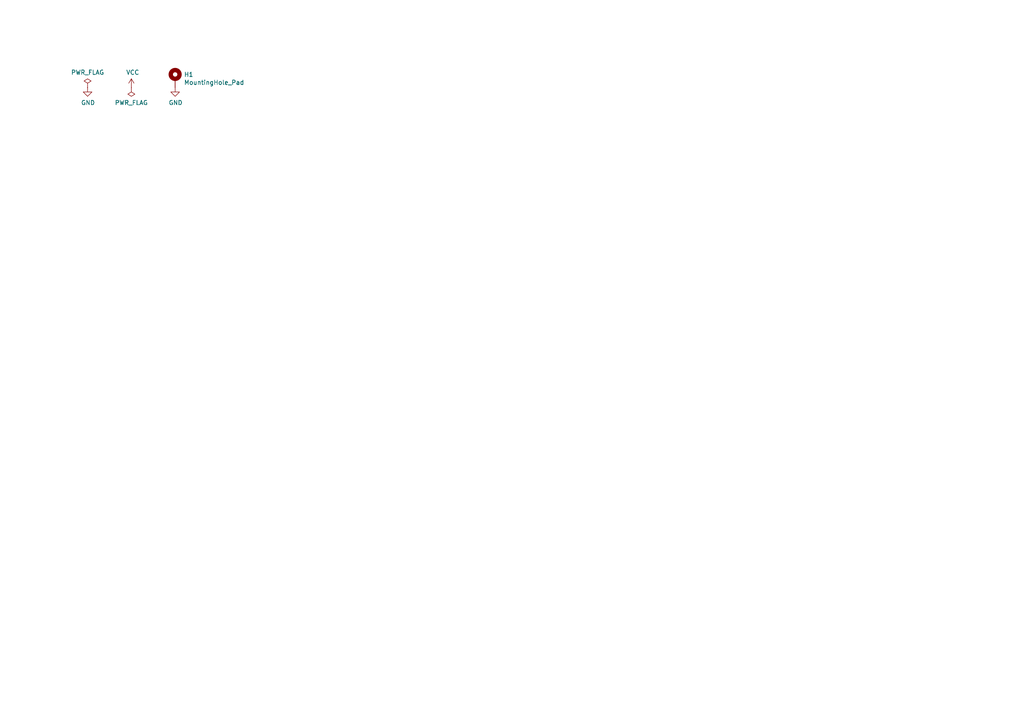
<source format=kicad_sch>
(kicad_sch (version 20230121) (generator eeschema)
  (paper "A4")
  (title_block (title "REVIUNG34 TOP PLATE") (date "2021-03-23") (rev "1"))
  (lib_symbols
    (symbol "Mechanical:MountingHole_Pad" (pin_numbers hide) (pin_names (offset 1.016) hide)
      (property "Reference" "H" (at 0 6.35 0))
      (property "Value" "MountingHole_Pad" (at 0 4.445 0))
      (symbol "MountingHole_Pad_0_1"
        (circle (center 0 1.27) (radius 1.27) (stroke (width 1.27)))
      )
      (symbol "MountingHole_Pad_1_1"
        (pin input line (at 0 -2.54 90) (length 2.54) (name "1") (number "1"))
      )
    )
    (symbol "power:GND" (power) (pin_names (offset 0))
      (property "Value" "GND" (at 0 -3.81 0))
      (symbol "GND_0_1"
        (polyline (pts (xy 0 0) (xy 0 -1.27) (xy 1.27 -1.27) (xy 0 -2.54) (xy -1.27 -1.27) (xy 0 -1.27)))
      )
      (symbol "GND_1_1"
        (pin power_in line (at 0 0 270) (length 0) hide (name "GND") (number "1"))
      )
    )
    (symbol "power:PWR_FLAG" (power) (pin_numbers hide) (pin_names (offset 0) hide)
      (property "Value" "PWR_FLAG" (at 0 3.81 0))
      (symbol "PWR_FLAG_0_0"
        (pin power_out line (at 0 0 90) (length 0) (name "pwr") (number "1"))
      )
      (symbol "PWR_FLAG_0_1"
        (polyline (pts (xy 0 0) (xy 0 1.27) (xy -1.016 1.905) (xy 0 2.54) (xy 1.016 1.905) (xy 0 1.27)))
      )
    )
    (symbol "power:VCC" (power) (pin_names (offset 0))
      (property "Value" "VCC" (at 0 3.81 0))
      (symbol "VCC_0_1"
        (polyline (pts (xy -0.762 1.27) (xy 0 2.54)))
        (polyline (pts (xy 0 0) (xy 0 2.54)))
        (polyline (pts (xy 0 2.54) (xy 0.762 1.27)))
      )
      (symbol "VCC_1_1"
        (pin power_in line (at 0 0 90) (length 0) hide (name "VCC") (number "1"))
      )
    )
  )
  (symbol (lib_id "power:PWR_FLAG") (at 25.4 25.4 0) (unit 1)
    (property "Reference" "#FLG0101" (effects hide))
    (property "Value" "PWR_FLAG" (at 25.4 21.0058 0))
  )
  (symbol (lib_id "power:GND") (at 25.4 25.4 0) (unit 1)
    (property "Reference" "#PWR0101" (effects hide))
    (property "Value" "GND" (at 25.527 29.7942 0))
  )
  (symbol (lib_id "power:VCC") (at 38.1 25.4 0) (unit 1)
    (property "Reference" "#PWR0102" (effects hide))
    (property "Value" "VCC" (at 38.481 21.0058 0))
  )
  (symbol (lib_id "power:PWR_FLAG") (at 38.1 25.4 180) (unit 1)
    (property "Reference" "#FLG0102" (effects hide))
    (property "Value" "PWR_FLAG" (at 38.1 29.7942 0))
  )
  (symbol (lib_id "Mechanical:MountingHole_Pad") (at 50.8 22.86 0) (unit 1)
    (property "Reference" "H1" (at 53.34 21.6154 0) (effects (justify left)))
    (property "Value" "MountingHole_Pad" (at 53.34 23.9268 0) (effects (justify left)))
    (property "Footprint" "MountingHole:MountingHole_2.2mm_M2_Pad" (effects hide))
  )
  (symbol (lib_id "power:GND") (at 50.8 25.4 0) (unit 1)
    (property "Reference" "#PWR0103" (effects hide))
    (property "Value" "GND" (at 50.927 29.7942 0))
  )
)
</source>
